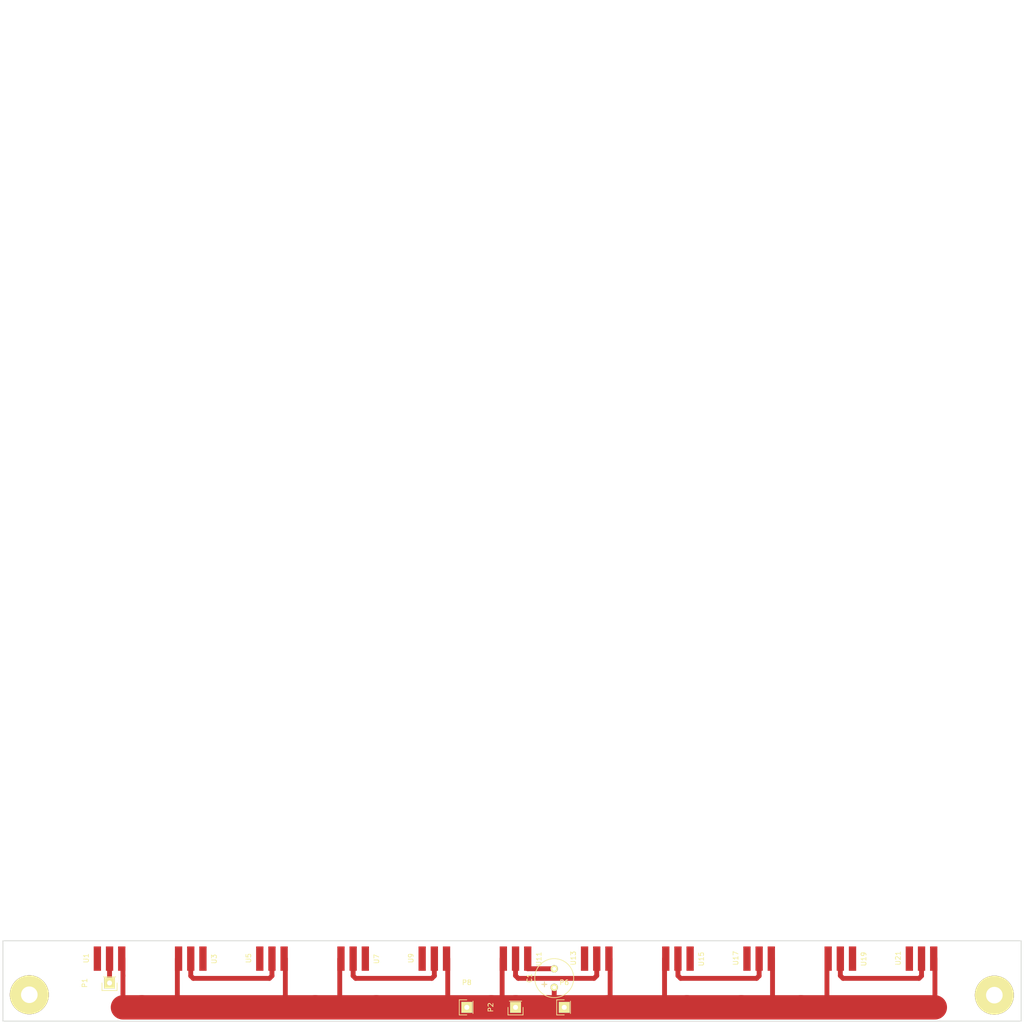
<source format=kicad_pcb>
(kicad_pcb (version 4) (host pcbnew "(2015-05-12 BZR 5652)-product")

  (general
    (links 21)
    (no_connects 0)
    (area 26.299999 -17.500001 236.500001 193.49598)
    (thickness 1.6)
    (drawings 8)
    (tracks 76)
    (zones 0)
    (modules 18)
    (nets 19)
  )

  (page A4)
  (layers
    (0 F.Cu signal)
    (31 B.Cu signal)
    (33 F.Adhes user)
    (35 F.Paste user)
    (37 F.SilkS user)
    (39 F.Mask user)
    (40 Dwgs.User user)
    (41 Cmts.User user)
    (42 Eco1.User user)
    (43 Eco2.User user)
    (44 Edge.Cuts user)
    (45 Margin user)
    (47 F.CrtYd user)
    (49 F.Fab user)
  )

  (setup
    (last_trace_width 1)
    (user_trace_width 5)
    (trace_clearance 0.4)
    (zone_clearance 0.508)
    (zone_45_only no)
    (trace_min 0.2)
    (segment_width 0.2)
    (edge_width 0.15)
    (via_size 0.6)
    (via_drill 0.4)
    (via_min_size 0.4)
    (via_min_drill 0.3)
    (uvia_size 0.3)
    (uvia_drill 0.1)
    (uvias_allowed no)
    (uvia_min_size 0.2)
    (uvia_min_drill 0.1)
    (pcb_text_width 0.3)
    (pcb_text_size 1.5 1.5)
    (mod_edge_width 0.15)
    (mod_text_size 1 1)
    (mod_text_width 0.15)
    (pad_size 8 8)
    (pad_drill 3.4)
    (pad_to_mask_clearance 0.2)
    (aux_axis_origin 26.4 192.6)
    (grid_origin 26.4 192.6)
    (visible_elements FFFFFF7F)
    (pcbplotparams
      (layerselection 0x01000_00000001)
      (usegerberextensions true)
      (excludeedgelayer true)
      (linewidth 0.150000)
      (plotframeref false)
      (viasonmask false)
      (mode 1)
      (useauxorigin true)
      (hpglpennumber 1)
      (hpglpenspeed 20)
      (hpglpendiameter 15)
      (hpglpenoverlay 2)
      (psnegative false)
      (psa4output false)
      (plotreference true)
      (plotvalue true)
      (plotinvisibletext false)
      (padsonsilk false)
      (subtractmaskfromsilk false)
      (outputformat 1)
      (mirror false)
      (drillshape 0)
      (scaleselection 1)
      (outputdirectory Gerbers_SingleStrip/))
  )

  (net 0 "")
  (net 1 "Net-(P1-Pad1)")
  (net 2 +5V)
  (net 3 "Net-(U1-Pad1)")
  (net 4 "Net-(U3-Pad1)")
  (net 5 "Net-(U3-Pad2)")
  (net 6 "Net-(U5-Pad1)")
  (net 7 "Net-(U7-Pad1)")
  (net 8 "Net-(U7-Pad2)")
  (net 9 "Net-(U9-Pad1)")
  (net 10 "Net-(U11-Pad2)")
  (net 11 "Net-(U15-Pad1)")
  (net 12 "Net-(U15-Pad2)")
  (net 13 "Net-(U17-Pad1)")
  (net 14 "Net-(U19-Pad1)")
  (net 15 "Net-(U19-Pad2)")
  (net 16 "Net-(U21-Pad1)")
  (net 17 "Net-(C1-Pad2)")
  (net 18 "Net-(U13-Pad1)")

  (net_class Default "This is the default net class."
    (clearance 0.4)
    (trace_width 1)
    (via_dia 0.6)
    (via_drill 0.4)
    (uvia_dia 0.3)
    (uvia_drill 0.1)
    (add_net +5V)
    (add_net "Net-(C1-Pad2)")
    (add_net "Net-(P1-Pad1)")
    (add_net "Net-(U1-Pad1)")
    (add_net "Net-(U11-Pad2)")
    (add_net "Net-(U13-Pad1)")
    (add_net "Net-(U15-Pad1)")
    (add_net "Net-(U15-Pad2)")
    (add_net "Net-(U17-Pad1)")
    (add_net "Net-(U19-Pad1)")
    (add_net "Net-(U19-Pad2)")
    (add_net "Net-(U21-Pad1)")
    (add_net "Net-(U3-Pad1)")
    (add_net "Net-(U3-Pad2)")
    (add_net "Net-(U5-Pad1)")
    (add_net "Net-(U7-Pad1)")
    (add_net "Net-(U7-Pad2)")
    (add_net "Net-(U9-Pad1)")
  )

  (module FabLibrary:M3_mount_hole (layer F.Cu) (tedit 5579CB64) (tstamp 5579CF21)
    (at 230.4 186.766)
    (descr "Through hole socket strip")
    (tags "socket strip")
    (fp_text reference REF** (at 0.02794 5.55498) (layer F.SilkS) hide
      (effects (font (size 1 1) (thickness 0.15)))
    )
    (fp_text value MountHole (at -0.05588 -5.34162) (layer F.Fab) hide
      (effects (font (size 1 1) (thickness 0.15)))
    )
    (pad 1 thru_hole circle (at 0 0) (size 8 8) (drill 3.4) (layers *.Cu *.Mask F.SilkS))
    (model Socket_Strips.3dshapes/Socket_Strip_Straight_1x01.wrl
      (at (xyz 0 0 0))
      (scale (xyz 1 1 1))
      (rotate (xyz 0 0 180))
    )
  )

  (module Socket_Strips:Socket_Strip_Straight_1x01 (layer F.Cu) (tedit 54E9F79C) (tstamp 55795FED)
    (at 48.7858 184.2662 90)
    (descr "Through hole socket strip")
    (tags "socket strip")
    (path /557982B6)
    (fp_text reference P1 (at 0 -5.1 90) (layer F.SilkS)
      (effects (font (size 1 1) (thickness 0.15)))
    )
    (fp_text value WS2812b_in (at 0 -3.1 90) (layer F.Fab)
      (effects (font (size 1 1) (thickness 0.15)))
    )
    (fp_line (start -1.75 -1.75) (end -1.75 1.75) (layer F.CrtYd) (width 0.05))
    (fp_line (start 1.75 -1.75) (end 1.75 1.75) (layer F.CrtYd) (width 0.05))
    (fp_line (start -1.75 -1.75) (end 1.75 -1.75) (layer F.CrtYd) (width 0.05))
    (fp_line (start -1.75 1.75) (end 1.75 1.75) (layer F.CrtYd) (width 0.05))
    (fp_line (start 1.27 1.27) (end 1.27 -1.27) (layer F.SilkS) (width 0.15))
    (fp_line (start -1.55 -1.55) (end 0 -1.55) (layer F.SilkS) (width 0.15))
    (fp_line (start -1.55 -1.55) (end -1.55 1.55) (layer F.SilkS) (width 0.15))
    (fp_line (start -1.55 1.55) (end 0 1.55) (layer F.SilkS) (width 0.15))
    (pad 1 thru_hole rect (at 0 0 90) (size 2.2352 2.2352) (drill 1.016) (layers *.Cu *.Mask F.SilkS)
      (net 1 "Net-(P1-Pad1)"))
    (model Socket_Strips.3dshapes/Socket_Strip_Straight_1x01.wrl
      (at (xyz 0 0 0))
      (scale (xyz 1 1 1))
      (rotate (xyz 0 0 180))
    )
  )

  (module Socket_Strips:Socket_Strip_Straight_1x01 (layer F.Cu) (tedit 54E9F79C) (tstamp 55795FF2)
    (at 132.119133 189.2662 90)
    (descr "Through hole socket strip")
    (tags "socket strip")
    (path /5578EA8E)
    (fp_text reference P2 (at 0 -5.1 90) (layer F.SilkS)
      (effects (font (size 1 1) (thickness 0.15)))
    )
    (fp_text value 5V+_In (at 0 -3.1 90) (layer F.Fab)
      (effects (font (size 1 1) (thickness 0.15)))
    )
    (fp_line (start -1.75 -1.75) (end -1.75 1.75) (layer F.CrtYd) (width 0.05))
    (fp_line (start 1.75 -1.75) (end 1.75 1.75) (layer F.CrtYd) (width 0.05))
    (fp_line (start -1.75 -1.75) (end 1.75 -1.75) (layer F.CrtYd) (width 0.05))
    (fp_line (start -1.75 1.75) (end 1.75 1.75) (layer F.CrtYd) (width 0.05))
    (fp_line (start 1.27 1.27) (end 1.27 -1.27) (layer F.SilkS) (width 0.15))
    (fp_line (start -1.55 -1.55) (end 0 -1.55) (layer F.SilkS) (width 0.15))
    (fp_line (start -1.55 -1.55) (end -1.55 1.55) (layer F.SilkS) (width 0.15))
    (fp_line (start -1.55 1.55) (end 0 1.55) (layer F.SilkS) (width 0.15))
    (pad 1 thru_hole rect (at 0 0 90) (size 2.2352 2.2352) (drill 1.016) (layers *.Cu *.Mask F.SilkS)
      (net 2 +5V))
    (model Socket_Strips.3dshapes/Socket_Strip_Straight_1x01.wrl
      (at (xyz 0 0 0))
      (scale (xyz 1 1 1))
      (rotate (xyz 0 0 180))
    )
  )

  (module FabLibrary:WS2812b_strip_conn (layer F.Cu) (tedit 55796BF1) (tstamp 5579608F)
    (at 215.452467 179.2662 270)
    (path /5578A08D)
    (fp_text reference U21 (at -0.08382 4.8006 270) (layer F.SilkS)
      (effects (font (size 1 1) (thickness 0.15)))
    )
    (fp_text value WS2812b_Strip_In (at -0.0635 -5.4483 270) (layer F.Fab) hide
      (effects (font (size 1 1) (thickness 0.15)))
    )
    (pad 1 smd rect (at 0 2.5 270) (size 5 1.5) (layers F.Cu F.Paste F.Mask)
      (net 16 "Net-(U21-Pad1)"))
    (pad 2 smd rect (at 0 0 270) (size 5 1.5) (layers F.Cu F.Paste F.Mask)
      (net 15 "Net-(U19-Pad2)"))
    (pad 3 smd rect (at 0 -2.5 270) (size 5 1.5) (layers F.Cu F.Paste F.Mask)
      (net 2 +5V))
  )

  (module FabLibrary:WS2812b_strip_conn (layer F.Cu) (tedit 55796BF1) (tstamp 55796081)
    (at 198.7858 179.2662 90)
    (path /5578A087)
    (fp_text reference U19 (at -0.08382 4.8006 90) (layer F.SilkS)
      (effects (font (size 1 1) (thickness 0.15)))
    )
    (fp_text value WS2812b_Strip_Out (at -0.0635 -5.4483 90) (layer F.Fab) hide
      (effects (font (size 1 1) (thickness 0.15)))
    )
    (pad 1 smd rect (at 0 2.5 90) (size 5 1.5) (layers F.Cu F.Paste F.Mask)
      (net 14 "Net-(U19-Pad1)"))
    (pad 2 smd rect (at 0 0 90) (size 5 1.5) (layers F.Cu F.Paste F.Mask)
      (net 15 "Net-(U19-Pad2)"))
    (pad 3 smd rect (at 0 -2.5 90) (size 5 1.5) (layers F.Cu F.Paste F.Mask)
      (net 2 +5V))
  )

  (module FabLibrary:WS2812b_strip_conn (layer F.Cu) (tedit 55796BF1) (tstamp 55796073)
    (at 182.119133 179.2662 270)
    (path /5578A075)
    (fp_text reference U17 (at -0.08382 4.8006 270) (layer F.SilkS)
      (effects (font (size 1 1) (thickness 0.15)))
    )
    (fp_text value WS2812b_Strip_In (at -0.0635 -5.4483 270) (layer F.Fab) hide
      (effects (font (size 1 1) (thickness 0.15)))
    )
    (pad 1 smd rect (at 0 2.5 270) (size 5 1.5) (layers F.Cu F.Paste F.Mask)
      (net 13 "Net-(U17-Pad1)"))
    (pad 2 smd rect (at 0 0 270) (size 5 1.5) (layers F.Cu F.Paste F.Mask)
      (net 12 "Net-(U15-Pad2)"))
    (pad 3 smd rect (at 0 -2.5 270) (size 5 1.5) (layers F.Cu F.Paste F.Mask)
      (net 2 +5V))
  )

  (module FabLibrary:WS2812b_strip_conn (layer F.Cu) (tedit 55796BF1) (tstamp 55796065)
    (at 165.452467 179.2662 90)
    (path /5578976B)
    (fp_text reference U15 (at -0.08382 4.8006 90) (layer F.SilkS)
      (effects (font (size 1 1) (thickness 0.15)))
    )
    (fp_text value WS2812b_Strip_Out (at -0.0635 -5.4483 90) (layer F.Fab) hide
      (effects (font (size 1 1) (thickness 0.15)))
    )
    (pad 1 smd rect (at 0 2.5 90) (size 5 1.5) (layers F.Cu F.Paste F.Mask)
      (net 11 "Net-(U15-Pad1)"))
    (pad 2 smd rect (at 0 0 90) (size 5 1.5) (layers F.Cu F.Paste F.Mask)
      (net 12 "Net-(U15-Pad2)"))
    (pad 3 smd rect (at 0 -2.5 90) (size 5 1.5) (layers F.Cu F.Paste F.Mask)
      (net 2 +5V))
  )

  (module FabLibrary:WS2812b_strip_conn (layer F.Cu) (tedit 55796BF1) (tstamp 55796057)
    (at 148.7858 179.2662 270)
    (path /55789759)
    (fp_text reference U13 (at -0.08382 4.8006 270) (layer F.SilkS)
      (effects (font (size 1 1) (thickness 0.15)))
    )
    (fp_text value WS2812b_Strip_In (at -0.0635 -5.4483 270) (layer F.Fab) hide
      (effects (font (size 1 1) (thickness 0.15)))
    )
    (pad 1 smd rect (at 0 2.5 270) (size 5 1.5) (layers F.Cu F.Paste F.Mask)
      (net 18 "Net-(U13-Pad1)"))
    (pad 2 smd rect (at 0 0 270) (size 5 1.5) (layers F.Cu F.Paste F.Mask)
      (net 10 "Net-(U11-Pad2)"))
    (pad 3 smd rect (at 0 -2.5 270) (size 5 1.5) (layers F.Cu F.Paste F.Mask)
      (net 2 +5V))
  )

  (module FabLibrary:WS2812b_strip_conn (layer F.Cu) (tedit 55796BF1) (tstamp 55796049)
    (at 132.119133 179.2662 90)
    (path /55789753)
    (fp_text reference U11 (at -0.08382 4.8006 90) (layer F.SilkS)
      (effects (font (size 1 1) (thickness 0.15)))
    )
    (fp_text value WS2812b_Strip_Out (at -0.0635 -5.4483 90) (layer F.Fab) hide
      (effects (font (size 1 1) (thickness 0.15)))
    )
    (pad 1 smd rect (at 0 2.5 90) (size 5 1.5) (layers F.Cu F.Paste F.Mask)
      (net 17 "Net-(C1-Pad2)"))
    (pad 2 smd rect (at 0 0 90) (size 5 1.5) (layers F.Cu F.Paste F.Mask)
      (net 10 "Net-(U11-Pad2)"))
    (pad 3 smd rect (at 0 -2.5 90) (size 5 1.5) (layers F.Cu F.Paste F.Mask)
      (net 2 +5V))
  )

  (module FabLibrary:WS2812b_strip_conn (layer F.Cu) (tedit 55796BF1) (tstamp 5579603B)
    (at 115.452467 179.2662 270)
    (path /55789741)
    (fp_text reference U9 (at -0.08382 4.8006 270) (layer F.SilkS)
      (effects (font (size 1 1) (thickness 0.15)))
    )
    (fp_text value WS2812b_Strip_In (at -0.0635 -5.4483 270) (layer F.Fab) hide
      (effects (font (size 1 1) (thickness 0.15)))
    )
    (pad 1 smd rect (at 0 2.5 270) (size 5 1.5) (layers F.Cu F.Paste F.Mask)
      (net 9 "Net-(U9-Pad1)"))
    (pad 2 smd rect (at 0 0 270) (size 5 1.5) (layers F.Cu F.Paste F.Mask)
      (net 8 "Net-(U7-Pad2)"))
    (pad 3 smd rect (at 0 -2.5 270) (size 5 1.5) (layers F.Cu F.Paste F.Mask)
      (net 2 +5V))
  )

  (module FabLibrary:WS2812b_strip_conn (layer F.Cu) (tedit 55796BF1) (tstamp 5579602D)
    (at 98.7858 179.2662 90)
    (path /55788F8B)
    (fp_text reference U7 (at -0.08382 4.8006 90) (layer F.SilkS)
      (effects (font (size 1 1) (thickness 0.15)))
    )
    (fp_text value WS2812b_Strip_Out (at -0.0635 -5.4483 90) (layer F.Fab) hide
      (effects (font (size 1 1) (thickness 0.15)))
    )
    (pad 1 smd rect (at 0 2.5 90) (size 5 1.5) (layers F.Cu F.Paste F.Mask)
      (net 7 "Net-(U7-Pad1)"))
    (pad 2 smd rect (at 0 0 90) (size 5 1.5) (layers F.Cu F.Paste F.Mask)
      (net 8 "Net-(U7-Pad2)"))
    (pad 3 smd rect (at 0 -2.5 90) (size 5 1.5) (layers F.Cu F.Paste F.Mask)
      (net 2 +5V))
  )

  (module FabLibrary:WS2812b_strip_conn (layer F.Cu) (tedit 55796BF1) (tstamp 5579601F)
    (at 82.119133 179.2662 270)
    (path /55788F79)
    (fp_text reference U5 (at -0.08382 4.8006 270) (layer F.SilkS)
      (effects (font (size 1 1) (thickness 0.15)))
    )
    (fp_text value WS2812b_Strip_In (at -0.0635 -5.4483 270) (layer F.Fab) hide
      (effects (font (size 1 1) (thickness 0.15)))
    )
    (pad 1 smd rect (at 0 2.5 270) (size 5 1.5) (layers F.Cu F.Paste F.Mask)
      (net 6 "Net-(U5-Pad1)"))
    (pad 2 smd rect (at 0 0 270) (size 5 1.5) (layers F.Cu F.Paste F.Mask)
      (net 5 "Net-(U3-Pad2)"))
    (pad 3 smd rect (at 0 -2.5 270) (size 5 1.5) (layers F.Cu F.Paste F.Mask)
      (net 2 +5V))
  )

  (module FabLibrary:WS2812b_strip_conn (layer F.Cu) (tedit 55796BF1) (tstamp 55796011)
    (at 65.452467 179.2662 90)
    (path /55787FB8)
    (fp_text reference U3 (at -0.08382 4.8006 90) (layer F.SilkS)
      (effects (font (size 1 1) (thickness 0.15)))
    )
    (fp_text value WS2812b_Strip_Out (at -0.0635 -5.4483 90) (layer F.Fab) hide
      (effects (font (size 1 1) (thickness 0.15)))
    )
    (pad 1 smd rect (at 0 2.5 90) (size 5 1.5) (layers F.Cu F.Paste F.Mask)
      (net 4 "Net-(U3-Pad1)"))
    (pad 2 smd rect (at 0 0 90) (size 5 1.5) (layers F.Cu F.Paste F.Mask)
      (net 5 "Net-(U3-Pad2)"))
    (pad 3 smd rect (at 0 -2.5 90) (size 5 1.5) (layers F.Cu F.Paste F.Mask)
      (net 2 +5V))
  )

  (module FabLibrary:WS2812b_strip_conn (layer F.Cu) (tedit 55796BF1) (tstamp 55796003)
    (at 48.7858 179.2662 270)
    (path /55783984)
    (fp_text reference U1 (at -0.08382 4.8006 270) (layer F.SilkS)
      (effects (font (size 1 1) (thickness 0.15)))
    )
    (fp_text value WS2812b_Strip_In (at -0.0635 -5.4483 270) (layer F.Fab) hide
      (effects (font (size 1 1) (thickness 0.15)))
    )
    (pad 1 smd rect (at 0 2.5 270) (size 5 1.5) (layers F.Cu F.Paste F.Mask)
      (net 3 "Net-(U1-Pad1)"))
    (pad 2 smd rect (at 0 0 270) (size 5 1.5) (layers F.Cu F.Paste F.Mask)
      (net 1 "Net-(P1-Pad1)"))
    (pad 3 smd rect (at 0 -2.5 270) (size 5 1.5) (layers F.Cu F.Paste F.Mask)
      (net 2 +5V))
  )

  (module FabLibrary:M3_mount_hole (layer F.Cu) (tedit 5579CB64) (tstamp 5579CF16)
    (at 32.317 186.683)
    (descr "Through hole socket strip")
    (tags "socket strip")
    (fp_text reference REF** (at 0.02794 5.55498) (layer F.SilkS) hide
      (effects (font (size 1 1) (thickness 0.15)))
    )
    (fp_text value MountHole (at -0.05588 -5.34162) (layer F.Fab) hide
      (effects (font (size 1 1) (thickness 0.15)))
    )
    (pad 1 thru_hole circle (at 0 0) (size 8 8) (drill 3.4) (layers *.Cu *.Mask F.SilkS))
    (model Socket_Strips.3dshapes/Socket_Strip_Straight_1x01.wrl
      (at (xyz 0 0 0))
      (scale (xyz 1 1 1))
      (rotate (xyz 0 0 180))
    )
  )

  (module Socket_Strips:Socket_Strip_Straight_1x01 (layer F.Cu) (tedit 54E9F79C) (tstamp 5579D421)
    (at 142.119133 189.2662)
    (descr "Through hole socket strip")
    (tags "socket strip")
    (path /5579CEA0)
    (fp_text reference P6 (at 0 -5.1) (layer F.SilkS)
      (effects (font (size 1 1) (thickness 0.15)))
    )
    (fp_text value 5V+_Out (at 0 -3.1) (layer F.Fab)
      (effects (font (size 1 1) (thickness 0.15)))
    )
    (fp_line (start -1.75 -1.75) (end -1.75 1.75) (layer F.CrtYd) (width 0.05))
    (fp_line (start 1.75 -1.75) (end 1.75 1.75) (layer F.CrtYd) (width 0.05))
    (fp_line (start -1.75 -1.75) (end 1.75 -1.75) (layer F.CrtYd) (width 0.05))
    (fp_line (start -1.75 1.75) (end 1.75 1.75) (layer F.CrtYd) (width 0.05))
    (fp_line (start 1.27 1.27) (end 1.27 -1.27) (layer F.SilkS) (width 0.15))
    (fp_line (start -1.55 -1.55) (end 0 -1.55) (layer F.SilkS) (width 0.15))
    (fp_line (start -1.55 -1.55) (end -1.55 1.55) (layer F.SilkS) (width 0.15))
    (fp_line (start -1.55 1.55) (end 0 1.55) (layer F.SilkS) (width 0.15))
    (pad 1 thru_hole rect (at 0 0) (size 2.2352 2.2352) (drill 1.016) (layers *.Cu *.Mask F.SilkS)
      (net 2 +5V))
    (model Socket_Strips.3dshapes/Socket_Strip_Straight_1x01.wrl
      (at (xyz 0 0 0))
      (scale (xyz 1 1 1))
      (rotate (xyz 0 0 180))
    )
  )

  (module Socket_Strips:Socket_Strip_Straight_1x01 (layer F.Cu) (tedit 54E9F79C) (tstamp 5579D43B)
    (at 122.119133 189.2662)
    (descr "Through hole socket strip")
    (tags "socket strip")
    (path /5579CF38)
    (fp_text reference P8 (at 0 -5.1) (layer F.SilkS)
      (effects (font (size 1 1) (thickness 0.15)))
    )
    (fp_text value 5V+_Out (at 0 -3.1) (layer F.Fab)
      (effects (font (size 1 1) (thickness 0.15)))
    )
    (fp_line (start -1.75 -1.75) (end -1.75 1.75) (layer F.CrtYd) (width 0.05))
    (fp_line (start 1.75 -1.75) (end 1.75 1.75) (layer F.CrtYd) (width 0.05))
    (fp_line (start -1.75 -1.75) (end 1.75 -1.75) (layer F.CrtYd) (width 0.05))
    (fp_line (start -1.75 1.75) (end 1.75 1.75) (layer F.CrtYd) (width 0.05))
    (fp_line (start 1.27 1.27) (end 1.27 -1.27) (layer F.SilkS) (width 0.15))
    (fp_line (start -1.55 -1.55) (end 0 -1.55) (layer F.SilkS) (width 0.15))
    (fp_line (start -1.55 -1.55) (end -1.55 1.55) (layer F.SilkS) (width 0.15))
    (fp_line (start -1.55 1.55) (end 0 1.55) (layer F.SilkS) (width 0.15))
    (pad 1 thru_hole rect (at 0 0) (size 2.2352 2.2352) (drill 1.016) (layers *.Cu *.Mask F.SilkS)
      (net 2 +5V))
    (model Socket_Strips.3dshapes/Socket_Strip_Straight_1x01.wrl
      (at (xyz 0 0 0))
      (scale (xyz 1 1 1))
      (rotate (xyz 0 0 180))
    )
  )

  (module Capacitors_Elko_ThroughHole:Elko_vert_11.5x8mm_RM3.5 (layer F.Cu) (tedit 5454A1EC) (tstamp 558D172C)
    (at 140.06 185.17 90)
    (descr "Electrolytic Capacitor, vertical, diameter 8mm, RM 3,5mm, radial,")
    (tags "Electrolytic Capacitor, vertical, diameter 8mm, radial, RM 3,5mm, Elko, Electrolytkondensator, Kondensator gepolt, Durchmesser 8mm,")
    (path /558D1661)
    (fp_text reference C1 (at 1.905 -5.08 90) (layer F.SilkS)
      (effects (font (size 1 1) (thickness 0.15)))
    )
    (fp_text value CP (at 2.54 6.35 90) (layer F.Fab)
      (effects (font (size 1 1) (thickness 0.15)))
    )
    (fp_line (start 0.10414 -2.02438) (end 1.1303 -2.02438) (layer F.SilkS) (width 0.15))
    (fp_line (start 0.62992 -2.57556) (end 0.62992 -1.524) (layer F.SilkS) (width 0.15))
    (fp_line (start 0.635 -2.54) (end 0.635 -1.524) (layer F.Cu) (width 0.15))
    (fp_line (start 0.127 -2.032) (end 1.143 -2.032) (layer F.Cu) (width 0.15))
    (fp_circle (center 1.905 0) (end 5.9055 0) (layer F.SilkS) (width 0.15))
    (pad 2 thru_hole circle (at 3.81 0 90) (size 1.50114 1.50114) (drill 0.8001) (layers *.Cu *.Mask F.SilkS)
      (net 17 "Net-(C1-Pad2)"))
    (pad 1 thru_hole circle (at 0 0 90) (size 1.50114 1.50114) (drill 0.8001) (layers *.Cu *.Mask F.SilkS)
      (net 2 +5V))
    (model Capacitors_Elko_ThroughHole.3dshapes/Elko_vert_11.5x8mm_RM3.5.wrl
      (at (xyz 0 0 0))
      (scale (xyz 1 1 1))
      (rotate (xyz 0 0 0))
    )
  )

  (gr_line (start 26.9 175.6) (end 26.9 192.1) (layer Edge.Cuts) (width 0.15))
  (gr_line (start 235.9 175.6) (end 26.9 175.6) (layer Edge.Cuts) (width 0.15))
  (gr_line (start 235.9 192.1) (end 235.9 175.6) (layer Edge.Cuts) (width 0.15))
  (gr_line (start 236.4 -17.4) (end 26.4 -17.4) (angle 90) (layer Dwgs.User) (width 0.2))
  (gr_line (start 235.9 192.1) (end 26.9 192.1) (angle 90) (layer Edge.Cuts) (width 0.15))
  (gr_line (start 26.4 -17.4) (end 26.4 192.6) (angle 90) (layer Dwgs.User) (width 0.2))
  (gr_line (start 236.4 192.6) (end 236.4 -17.4) (angle 90) (layer Dwgs.User) (width 0.2))
  (gr_line (start 26.4 192.6) (end 236.4 192.6) (angle 90) (layer Dwgs.User) (width 0.2))

  (segment (start 48.7858 184.2662) (end 48.7858 179.2662) (width 1) (layer F.Cu) (net 1))
  (segment (start 140.06 185.17) (end 140.06 188.5) (width 1) (layer F.Cu) (net 2))
  (segment (start 140.06 188.5) (end 139.2938 189.2662) (width 1) (layer F.Cu) (net 2))
  (segment (start 139.2938 189.2662) (end 138.546097 189.2662) (width 1) (layer F.Cu) (net 2))
  (segment (start 132.119133 189.2662) (end 138.546097 189.2662) (width 5) (layer F.Cu) (net 2))
  (segment (start 138.546097 189.2662) (end 151.117865 189.2662) (width 5) (layer F.Cu) (net 2))
  (segment (start 51.5358 179.2662) (end 51.5358 182.7662) (width 1) (layer F.Cu) (net 2))
  (segment (start 51.5358 182.7662) (end 51.5358 189.2662) (width 1) (layer F.Cu) (net 2))
  (segment (start 62.702467 179.2662) (end 62.702467 188.999533) (width 1) (layer F.Cu) (net 2))
  (segment (start 62.702467 188.999533) (end 62.4358 189.2662) (width 1) (layer F.Cu) (net 2))
  (segment (start 62.4358 189.2662) (end 55.381988 189.2662) (width 1) (layer F.Cu) (net 2))
  (segment (start 90.993756 189.2662) (end 55.381988 189.2662) (width 5) (layer F.Cu) (net 2))
  (segment (start 55.381988 189.2662) (end 51.5358 189.2662) (width 5) (layer F.Cu) (net 2))
  (segment (start 84.869133 179.2662) (end 84.869133 187.999533) (width 1) (layer F.Cu) (net 2))
  (segment (start 84.869133 187.999533) (end 86.1358 189.2662) (width 1) (layer F.Cu) (net 2))
  (segment (start 86.1358 189.2662) (end 90.993756 189.2662) (width 1) (layer F.Cu) (net 2))
  (segment (start 103.522375 189.2662) (end 90.993756 189.2662) (width 5) (layer F.Cu) (net 2))
  (segment (start 96.0358 179.2662) (end 96.0358 188.2662) (width 1) (layer F.Cu) (net 2))
  (segment (start 96.0358 188.2662) (end 97.0358 189.2662) (width 1) (layer F.Cu) (net 2))
  (segment (start 97.0358 189.2662) (end 103.522375 189.2662) (width 1) (layer F.Cu) (net 2))
  (segment (start 127.121253 189.2662) (end 103.522375 189.2662) (width 5) (layer F.Cu) (net 2))
  (segment (start 118.202467 179.2662) (end 118.202467 189.2662) (width 1) (layer F.Cu) (net 2))
  (segment (start 118.202467 189.2662) (end 127.121253 189.2662) (width 1) (layer F.Cu) (net 2))
  (segment (start 132.119133 189.2662) (end 127.121253 189.2662) (width 5) (layer F.Cu) (net 2))
  (segment (start 129.369133 179.2662) (end 129.369133 188.6338) (width 1) (layer F.Cu) (net 2))
  (segment (start 129.369133 188.6338) (end 130.001533 189.2662) (width 1) (layer F.Cu) (net 2))
  (segment (start 130.001533 189.2662) (end 132.119133 189.2662) (width 1) (layer F.Cu) (net 2))
  (segment (start 151.117865 189.2662) (end 167.292377 189.2662) (width 5) (layer F.Cu) (net 2))
  (segment (start 151.5358 179.2662) (end 151.5358 188.848265) (width 1) (layer F.Cu) (net 2))
  (segment (start 151.5358 188.848265) (end 151.117865 189.2662) (width 1) (layer F.Cu) (net 2))
  (segment (start 162.702467 179.2662) (end 162.702467 189.2662) (width 1) (layer F.Cu) (net 2))
  (segment (start 162.702467 189.2662) (end 167.292377 189.2662) (width 1) (layer F.Cu) (net 2))
  (segment (start 167.292377 189.2662) (end 178.428927 189.2662) (width 5) (layer F.Cu) (net 2))
  (segment (start 184.869133 179.2662) (end 184.869133 189.2662) (width 1) (layer F.Cu) (net 2))
  (segment (start 184.869133 189.2662) (end 178.428927 189.2662) (width 1) (layer F.Cu) (net 2))
  (segment (start 178.428927 189.2662) (end 190.685097 189.2662) (width 5) (layer F.Cu) (net 2))
  (segment (start 196.0358 179.2662) (end 196.0358 189.1662) (width 1) (layer F.Cu) (net 2))
  (segment (start 196.0358 189.1662) (end 195.9358 189.2662) (width 1) (layer F.Cu) (net 2))
  (segment (start 195.9358 189.2662) (end 190.685097 189.2662) (width 1) (layer F.Cu) (net 2))
  (segment (start 190.685097 189.2662) (end 218.1858 189.2662) (width 5) (layer F.Cu) (net 2))
  (segment (start 218.202467 179.2662) (end 218.202467 189.249533) (width 1) (layer F.Cu) (net 2))
  (segment (start 218.202467 189.249533) (end 218.1858 189.2662) (width 1) (layer F.Cu) (net 2))
  (segment (start 122.119133 189.2662) (end 132.119133 189.2662) (width 1) (layer F.Cu) (net 2))
  (segment (start 132.119133 189.2662) (end 142.119133 189.2662) (width 1) (layer F.Cu) (net 2))
  (segment (start 65.452467 179.2662) (end 65.452467 182.806202) (width 1) (layer F.Cu) (net 5))
  (segment (start 65.962466 183.316201) (end 81.609134 183.316201) (width 1) (layer F.Cu) (net 5))
  (segment (start 65.452467 182.806202) (end 65.962466 183.316201) (width 1) (layer F.Cu) (net 5))
  (segment (start 81.609134 183.316201) (end 82.119133 182.806202) (width 1) (layer F.Cu) (net 5))
  (segment (start 82.119133 182.806202) (end 82.119133 182.7662) (width 1) (layer F.Cu) (net 5))
  (segment (start 82.119133 182.7662) (end 82.119133 179.2662) (width 1) (layer F.Cu) (net 5))
  (segment (start 98.7858 179.2662) (end 98.7858 182.806202) (width 1) (layer F.Cu) (net 8))
  (segment (start 98.7858 182.806202) (end 99.295799 183.316201) (width 1) (layer F.Cu) (net 8))
  (segment (start 99.295799 183.316201) (end 114.942468 183.316201) (width 1) (layer F.Cu) (net 8))
  (segment (start 114.942468 183.316201) (end 115.452467 182.806202) (width 1) (layer F.Cu) (net 8))
  (segment (start 115.452467 182.806202) (end 115.452467 182.7662) (width 1) (layer F.Cu) (net 8))
  (segment (start 115.452467 182.7662) (end 115.452467 179.2662) (width 1) (layer F.Cu) (net 8))
  (segment (start 132.119133 179.2662) (end 132.119133 182.7662) (width 1) (layer F.Cu) (net 10))
  (segment (start 132.119133 182.7662) (end 132.669134 183.316201) (width 1) (layer F.Cu) (net 10))
  (segment (start 132.669134 183.316201) (end 148.235799 183.316201) (width 1) (layer F.Cu) (net 10))
  (segment (start 148.235799 183.316201) (end 148.7858 182.7662) (width 1) (layer F.Cu) (net 10))
  (segment (start 148.7858 182.7662) (end 148.7858 179.2662) (width 1) (layer F.Cu) (net 10))
  (segment (start 165.452467 179.2662) (end 165.452467 182.7662) (width 1) (layer F.Cu) (net 12))
  (segment (start 165.452467 182.7662) (end 166.002468 183.316201) (width 1) (layer F.Cu) (net 12))
  (segment (start 166.002468 183.316201) (end 181.609134 183.316201) (width 1) (layer F.Cu) (net 12))
  (segment (start 181.609134 183.316201) (end 182.119133 182.806202) (width 1) (layer F.Cu) (net 12))
  (segment (start 182.119133 182.806202) (end 182.119133 182.7662) (width 1) (layer F.Cu) (net 12))
  (segment (start 182.119133 182.7662) (end 182.119133 179.2662) (width 1) (layer F.Cu) (net 12))
  (segment (start 198.7858 179.2662) (end 198.7858 182.7662) (width 1) (layer F.Cu) (net 15))
  (segment (start 214.942468 183.316201) (end 215.452467 182.806202) (width 1) (layer F.Cu) (net 15))
  (segment (start 198.7858 182.7662) (end 199.335801 183.316201) (width 1) (layer F.Cu) (net 15))
  (segment (start 199.335801 183.316201) (end 214.942468 183.316201) (width 1) (layer F.Cu) (net 15))
  (segment (start 215.452467 182.806202) (end 215.452467 182.7662) (width 1) (layer F.Cu) (net 15))
  (segment (start 215.452467 182.7662) (end 215.452467 179.2662) (width 1) (layer F.Cu) (net 15))
  (segment (start 134.619133 179.2662) (end 134.619133 181.34) (width 1) (layer F.Cu) (net 17))
  (segment (start 134.619133 181.34) (end 140.04 181.34) (width 1) (layer F.Cu) (net 17))
  (segment (start 140.04 181.34) (end 140.06 181.36) (width 1) (layer F.Cu) (net 17))

)

</source>
